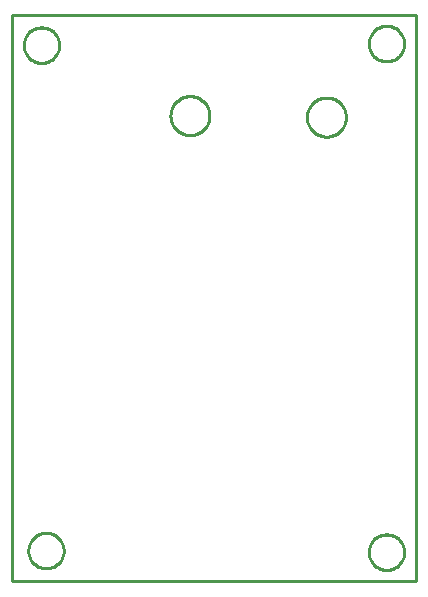
<source format=gbr>
G04 EAGLE Gerber RS-274X export*
G75*
%MOMM*%
%FSLAX34Y34*%
%LPD*%
%IN*%
%IPPOS*%
%AMOC8*
5,1,8,0,0,1.08239X$1,22.5*%
G01*
%ADD10C,0.254000*%


D10*
X-304600Y-403100D02*
X38100Y-403100D01*
X38100Y76200D01*
X-304600Y76200D01*
X-304600Y-403100D01*
X-260590Y-377726D02*
X-260666Y-378794D01*
X-260819Y-379855D01*
X-261047Y-380902D01*
X-261349Y-381930D01*
X-261723Y-382934D01*
X-262168Y-383909D01*
X-262682Y-384849D01*
X-263261Y-385750D01*
X-263903Y-386608D01*
X-264605Y-387418D01*
X-265362Y-388175D01*
X-266172Y-388877D01*
X-267030Y-389519D01*
X-267931Y-390098D01*
X-268871Y-390612D01*
X-269846Y-391057D01*
X-270850Y-391431D01*
X-271878Y-391733D01*
X-272925Y-391961D01*
X-273986Y-392114D01*
X-275054Y-392190D01*
X-276126Y-392190D01*
X-277194Y-392114D01*
X-278255Y-391961D01*
X-279302Y-391733D01*
X-280330Y-391431D01*
X-281334Y-391057D01*
X-282309Y-390612D01*
X-283249Y-390098D01*
X-284150Y-389519D01*
X-285008Y-388877D01*
X-285818Y-388175D01*
X-286575Y-387418D01*
X-287277Y-386608D01*
X-287919Y-385750D01*
X-288498Y-384849D01*
X-289012Y-383909D01*
X-289457Y-382934D01*
X-289831Y-381930D01*
X-290133Y-380902D01*
X-290361Y-379855D01*
X-290514Y-378794D01*
X-290590Y-377726D01*
X-290590Y-376654D01*
X-290514Y-375586D01*
X-290361Y-374525D01*
X-290133Y-373478D01*
X-289831Y-372450D01*
X-289457Y-371446D01*
X-289012Y-370471D01*
X-288498Y-369531D01*
X-287919Y-368630D01*
X-287277Y-367772D01*
X-286575Y-366962D01*
X-285818Y-366205D01*
X-285008Y-365503D01*
X-284150Y-364861D01*
X-283249Y-364282D01*
X-282309Y-363768D01*
X-281334Y-363323D01*
X-280330Y-362949D01*
X-279302Y-362647D01*
X-278255Y-362419D01*
X-277194Y-362266D01*
X-276126Y-362190D01*
X-275054Y-362190D01*
X-273986Y-362266D01*
X-272925Y-362419D01*
X-271878Y-362647D01*
X-270850Y-362949D01*
X-269846Y-363323D01*
X-268871Y-363768D01*
X-267931Y-364282D01*
X-267030Y-364861D01*
X-266172Y-365503D01*
X-265362Y-366205D01*
X-264605Y-366962D01*
X-263903Y-367772D01*
X-263261Y-368630D01*
X-262682Y-369531D01*
X-262168Y-370471D01*
X-261723Y-371446D01*
X-261349Y-372450D01*
X-261047Y-373478D01*
X-260819Y-374525D01*
X-260666Y-375586D01*
X-260590Y-376654D01*
X-260590Y-377726D01*
X27700Y-378996D02*
X27624Y-380064D01*
X27471Y-381125D01*
X27243Y-382172D01*
X26941Y-383200D01*
X26567Y-384204D01*
X26122Y-385179D01*
X25608Y-386119D01*
X25029Y-387020D01*
X24387Y-387878D01*
X23685Y-388688D01*
X22928Y-389445D01*
X22118Y-390147D01*
X21260Y-390789D01*
X20359Y-391368D01*
X19419Y-391882D01*
X18444Y-392327D01*
X17440Y-392701D01*
X16412Y-393003D01*
X15365Y-393231D01*
X14304Y-393384D01*
X13236Y-393460D01*
X12164Y-393460D01*
X11096Y-393384D01*
X10035Y-393231D01*
X8988Y-393003D01*
X7960Y-392701D01*
X6956Y-392327D01*
X5981Y-391882D01*
X5041Y-391368D01*
X4140Y-390789D01*
X3282Y-390147D01*
X2472Y-389445D01*
X1715Y-388688D01*
X1013Y-387878D01*
X371Y-387020D01*
X-208Y-386119D01*
X-722Y-385179D01*
X-1167Y-384204D01*
X-1541Y-383200D01*
X-1843Y-382172D01*
X-2071Y-381125D01*
X-2224Y-380064D01*
X-2300Y-378996D01*
X-2300Y-377924D01*
X-2224Y-376856D01*
X-2071Y-375795D01*
X-1843Y-374748D01*
X-1541Y-373720D01*
X-1167Y-372716D01*
X-722Y-371741D01*
X-208Y-370801D01*
X371Y-369900D01*
X1013Y-369042D01*
X1715Y-368232D01*
X2472Y-367475D01*
X3282Y-366773D01*
X4140Y-366131D01*
X5041Y-365552D01*
X5981Y-365038D01*
X6956Y-364593D01*
X7960Y-364219D01*
X8988Y-363917D01*
X10035Y-363689D01*
X11096Y-363536D01*
X12164Y-363460D01*
X13236Y-363460D01*
X14304Y-363536D01*
X15365Y-363689D01*
X16412Y-363917D01*
X17440Y-364219D01*
X18444Y-364593D01*
X19419Y-365038D01*
X20359Y-365552D01*
X21260Y-366131D01*
X22118Y-366773D01*
X22928Y-367475D01*
X23685Y-368232D01*
X24387Y-369042D01*
X25029Y-369900D01*
X25608Y-370801D01*
X26122Y-371741D01*
X26567Y-372716D01*
X26941Y-373720D01*
X27243Y-374748D01*
X27471Y-375795D01*
X27624Y-376856D01*
X27700Y-377924D01*
X27700Y-378996D01*
X-264400Y50264D02*
X-264476Y49196D01*
X-264629Y48135D01*
X-264857Y47088D01*
X-265159Y46060D01*
X-265533Y45056D01*
X-265978Y44081D01*
X-266492Y43141D01*
X-267071Y42240D01*
X-267713Y41382D01*
X-268415Y40572D01*
X-269172Y39815D01*
X-269982Y39113D01*
X-270840Y38471D01*
X-271741Y37892D01*
X-272681Y37378D01*
X-273656Y36933D01*
X-274660Y36559D01*
X-275688Y36257D01*
X-276735Y36029D01*
X-277796Y35876D01*
X-278864Y35800D01*
X-279936Y35800D01*
X-281004Y35876D01*
X-282065Y36029D01*
X-283112Y36257D01*
X-284140Y36559D01*
X-285144Y36933D01*
X-286119Y37378D01*
X-287059Y37892D01*
X-287960Y38471D01*
X-288818Y39113D01*
X-289628Y39815D01*
X-290385Y40572D01*
X-291087Y41382D01*
X-291729Y42240D01*
X-292308Y43141D01*
X-292822Y44081D01*
X-293267Y45056D01*
X-293641Y46060D01*
X-293943Y47088D01*
X-294171Y48135D01*
X-294324Y49196D01*
X-294400Y50264D01*
X-294400Y51336D01*
X-294324Y52404D01*
X-294171Y53465D01*
X-293943Y54512D01*
X-293641Y55540D01*
X-293267Y56544D01*
X-292822Y57519D01*
X-292308Y58459D01*
X-291729Y59360D01*
X-291087Y60218D01*
X-290385Y61028D01*
X-289628Y61785D01*
X-288818Y62487D01*
X-287960Y63129D01*
X-287059Y63708D01*
X-286119Y64222D01*
X-285144Y64667D01*
X-284140Y65041D01*
X-283112Y65343D01*
X-282065Y65571D01*
X-281004Y65724D01*
X-279936Y65800D01*
X-278864Y65800D01*
X-277796Y65724D01*
X-276735Y65571D01*
X-275688Y65343D01*
X-274660Y65041D01*
X-273656Y64667D01*
X-272681Y64222D01*
X-271741Y63708D01*
X-270840Y63129D01*
X-269982Y62487D01*
X-269172Y61785D01*
X-268415Y61028D01*
X-267713Y60218D01*
X-267071Y59360D01*
X-266492Y58459D01*
X-265978Y57519D01*
X-265533Y56544D01*
X-265159Y55540D01*
X-264857Y54512D01*
X-264629Y53465D01*
X-264476Y52404D01*
X-264400Y51336D01*
X-264400Y50264D01*
X27700Y51534D02*
X27624Y50466D01*
X27471Y49405D01*
X27243Y48358D01*
X26941Y47330D01*
X26567Y46326D01*
X26122Y45351D01*
X25608Y44411D01*
X25029Y43510D01*
X24387Y42652D01*
X23685Y41842D01*
X22928Y41085D01*
X22118Y40383D01*
X21260Y39741D01*
X20359Y39162D01*
X19419Y38648D01*
X18444Y38203D01*
X17440Y37829D01*
X16412Y37527D01*
X15365Y37299D01*
X14304Y37146D01*
X13236Y37070D01*
X12164Y37070D01*
X11096Y37146D01*
X10035Y37299D01*
X8988Y37527D01*
X7960Y37829D01*
X6956Y38203D01*
X5981Y38648D01*
X5041Y39162D01*
X4140Y39741D01*
X3282Y40383D01*
X2472Y41085D01*
X1715Y41842D01*
X1013Y42652D01*
X371Y43510D01*
X-208Y44411D01*
X-722Y45351D01*
X-1167Y46326D01*
X-1541Y47330D01*
X-1843Y48358D01*
X-2071Y49405D01*
X-2224Y50466D01*
X-2300Y51534D01*
X-2300Y52606D01*
X-2224Y53674D01*
X-2071Y54735D01*
X-1843Y55782D01*
X-1541Y56810D01*
X-1167Y57814D01*
X-722Y58789D01*
X-208Y59729D01*
X371Y60630D01*
X1013Y61488D01*
X1715Y62298D01*
X2472Y63055D01*
X3282Y63757D01*
X4140Y64399D01*
X5041Y64978D01*
X5981Y65492D01*
X6956Y65937D01*
X7960Y66311D01*
X8988Y66613D01*
X10035Y66841D01*
X11096Y66994D01*
X12164Y67070D01*
X13236Y67070D01*
X14304Y66994D01*
X15365Y66841D01*
X16412Y66613D01*
X17440Y66311D01*
X18444Y65937D01*
X19419Y65492D01*
X20359Y64978D01*
X21260Y64399D01*
X22118Y63757D01*
X22928Y63055D01*
X23685Y62298D01*
X24387Y61488D01*
X25029Y60630D01*
X25608Y59729D01*
X26122Y58789D01*
X26567Y57814D01*
X26941Y56810D01*
X27243Y55782D01*
X27471Y54735D01*
X27624Y53674D01*
X27700Y52606D01*
X27700Y51534D01*
X-137160Y-9430D02*
X-137231Y-10509D01*
X-137372Y-11581D01*
X-137583Y-12641D01*
X-137862Y-13685D01*
X-138210Y-14709D01*
X-138624Y-15707D01*
X-139102Y-16677D01*
X-139642Y-17613D01*
X-140243Y-18512D01*
X-140901Y-19369D01*
X-141614Y-20182D01*
X-142378Y-20947D01*
X-143191Y-21659D01*
X-144048Y-22317D01*
X-144947Y-22918D01*
X-145883Y-23458D01*
X-146853Y-23936D01*
X-147851Y-24350D01*
X-148875Y-24698D01*
X-149919Y-24977D01*
X-150979Y-25188D01*
X-152051Y-25329D01*
X-153130Y-25400D01*
X-154210Y-25400D01*
X-155289Y-25329D01*
X-156361Y-25188D01*
X-157421Y-24977D01*
X-158465Y-24698D01*
X-159489Y-24350D01*
X-160487Y-23936D01*
X-161457Y-23458D01*
X-162393Y-22918D01*
X-163292Y-22317D01*
X-164149Y-21659D01*
X-164962Y-20947D01*
X-165727Y-20182D01*
X-166439Y-19369D01*
X-167097Y-18512D01*
X-167698Y-17613D01*
X-168238Y-16677D01*
X-168716Y-15707D01*
X-169130Y-14709D01*
X-169478Y-13685D01*
X-169757Y-12641D01*
X-169968Y-11581D01*
X-170109Y-10509D01*
X-170180Y-9430D01*
X-170180Y-8350D01*
X-170109Y-7271D01*
X-169968Y-6199D01*
X-169757Y-5139D01*
X-169478Y-4095D01*
X-169130Y-3071D01*
X-168716Y-2073D01*
X-168238Y-1103D01*
X-167698Y-167D01*
X-167097Y732D01*
X-166439Y1589D01*
X-165727Y2402D01*
X-164962Y3167D01*
X-164149Y3879D01*
X-163292Y4537D01*
X-162393Y5138D01*
X-161457Y5678D01*
X-160487Y6156D01*
X-159489Y6570D01*
X-158465Y6918D01*
X-157421Y7197D01*
X-156361Y7408D01*
X-155289Y7549D01*
X-154210Y7620D01*
X-153130Y7620D01*
X-152051Y7549D01*
X-150979Y7408D01*
X-149919Y7197D01*
X-148875Y6918D01*
X-147851Y6570D01*
X-146853Y6156D01*
X-145883Y5678D01*
X-144947Y5138D01*
X-144048Y4537D01*
X-143191Y3879D01*
X-142378Y3167D01*
X-141614Y2402D01*
X-140901Y1589D01*
X-140243Y732D01*
X-139642Y-167D01*
X-139102Y-1103D01*
X-138624Y-2073D01*
X-138210Y-3071D01*
X-137862Y-4095D01*
X-137583Y-5139D01*
X-137372Y-6199D01*
X-137231Y-7271D01*
X-137160Y-8350D01*
X-137160Y-9430D01*
X-21590Y-10700D02*
X-21661Y-11779D01*
X-21802Y-12851D01*
X-22013Y-13911D01*
X-22292Y-14955D01*
X-22640Y-15979D01*
X-23054Y-16977D01*
X-23532Y-17947D01*
X-24072Y-18883D01*
X-24673Y-19782D01*
X-25331Y-20639D01*
X-26044Y-21452D01*
X-26808Y-22217D01*
X-27621Y-22929D01*
X-28478Y-23587D01*
X-29377Y-24188D01*
X-30313Y-24728D01*
X-31283Y-25206D01*
X-32281Y-25620D01*
X-33305Y-25968D01*
X-34349Y-26247D01*
X-35409Y-26458D01*
X-36481Y-26599D01*
X-37560Y-26670D01*
X-38640Y-26670D01*
X-39719Y-26599D01*
X-40791Y-26458D01*
X-41851Y-26247D01*
X-42895Y-25968D01*
X-43919Y-25620D01*
X-44917Y-25206D01*
X-45887Y-24728D01*
X-46823Y-24188D01*
X-47722Y-23587D01*
X-48579Y-22929D01*
X-49392Y-22217D01*
X-50157Y-21452D01*
X-50869Y-20639D01*
X-51527Y-19782D01*
X-52128Y-18883D01*
X-52668Y-17947D01*
X-53146Y-16977D01*
X-53560Y-15979D01*
X-53908Y-14955D01*
X-54187Y-13911D01*
X-54398Y-12851D01*
X-54539Y-11779D01*
X-54610Y-10700D01*
X-54610Y-9620D01*
X-54539Y-8541D01*
X-54398Y-7469D01*
X-54187Y-6409D01*
X-53908Y-5365D01*
X-53560Y-4341D01*
X-53146Y-3343D01*
X-52668Y-2373D01*
X-52128Y-1437D01*
X-51527Y-538D01*
X-50869Y319D01*
X-50157Y1132D01*
X-49392Y1897D01*
X-48579Y2609D01*
X-47722Y3267D01*
X-46823Y3868D01*
X-45887Y4408D01*
X-44917Y4886D01*
X-43919Y5300D01*
X-42895Y5648D01*
X-41851Y5927D01*
X-40791Y6138D01*
X-39719Y6279D01*
X-38640Y6350D01*
X-37560Y6350D01*
X-36481Y6279D01*
X-35409Y6138D01*
X-34349Y5927D01*
X-33305Y5648D01*
X-32281Y5300D01*
X-31283Y4886D01*
X-30313Y4408D01*
X-29377Y3868D01*
X-28478Y3267D01*
X-27621Y2609D01*
X-26808Y1897D01*
X-26044Y1132D01*
X-25331Y319D01*
X-24673Y-538D01*
X-24072Y-1437D01*
X-23532Y-2373D01*
X-23054Y-3343D01*
X-22640Y-4341D01*
X-22292Y-5365D01*
X-22013Y-6409D01*
X-21802Y-7469D01*
X-21661Y-8541D01*
X-21590Y-9620D01*
X-21590Y-10700D01*
M02*

</source>
